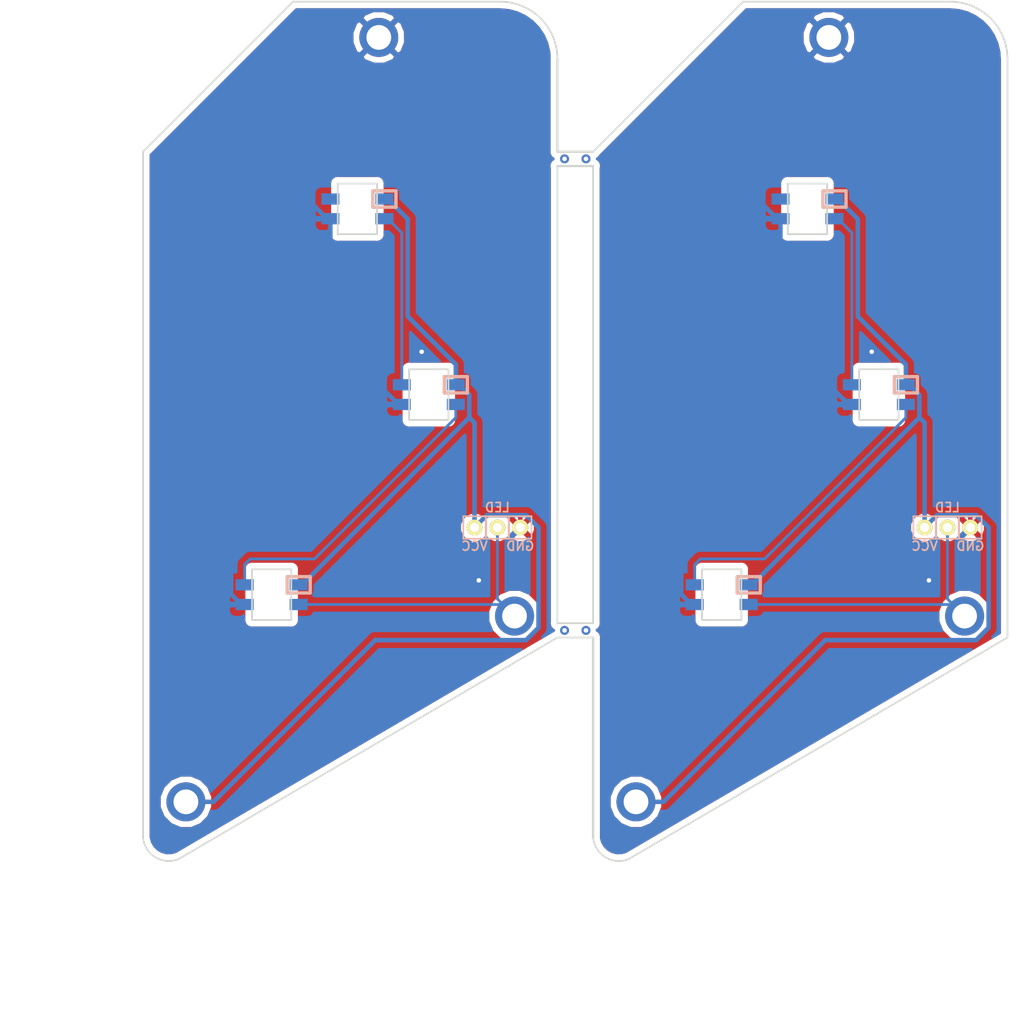
<source format=kicad_pcb>
(kicad_pcb (version 20171130) (host pcbnew 5.0.2-bee76a0~70~ubuntu18.04.1)

  (general
    (thickness 1.6)
    (drawings 24)
    (tracks 102)
    (zones 0)
    (modules 18)
    (nets 7)
  )

  (page A4)
  (layers
    (0 F.Cu signal)
    (31 B.Cu signal)
    (32 B.Adhes user)
    (33 F.Adhes user)
    (34 B.Paste user)
    (35 F.Paste user)
    (36 B.SilkS user)
    (37 F.SilkS user)
    (38 B.Mask user)
    (39 F.Mask user hide)
    (40 Dwgs.User user)
    (41 Cmts.User user)
    (42 Eco1.User user)
    (43 Eco2.User user)
    (44 Edge.Cuts user)
    (45 Margin user)
    (46 B.CrtYd user)
    (47 F.CrtYd user)
    (48 B.Fab user)
    (49 F.Fab user)
  )

  (setup
    (last_trace_width 0.25)
    (trace_clearance 0.2)
    (zone_clearance 0.508)
    (zone_45_only no)
    (trace_min 0.2)
    (segment_width 0.2)
    (edge_width 0.15)
    (via_size 0.8)
    (via_drill 0.4)
    (via_min_size 0.4)
    (via_min_drill 0.3)
    (uvia_size 0.3)
    (uvia_drill 0.1)
    (uvias_allowed no)
    (uvia_min_size 0.2)
    (uvia_min_drill 0.1)
    (pcb_text_width 0.3)
    (pcb_text_size 1.5 1.5)
    (mod_edge_width 0.15)
    (mod_text_size 1 1)
    (mod_text_width 0.15)
    (pad_size 1.397 1.397)
    (pad_drill 0.8128)
    (pad_to_mask_clearance 0.051)
    (solder_mask_min_width 0.25)
    (aux_axis_origin 0 0)
    (grid_origin 135.255 20.955)
    (visible_elements FFFFFFFF)
    (pcbplotparams
      (layerselection 0x010fc_ffffffff)
      (usegerberextensions true)
      (usegerberattributes false)
      (usegerberadvancedattributes false)
      (creategerberjobfile false)
      (excludeedgelayer true)
      (linewidth 0.100000)
      (plotframeref false)
      (viasonmask false)
      (mode 1)
      (useauxorigin false)
      (hpglpennumber 1)
      (hpglpenspeed 20)
      (hpglpendiameter 15.000000)
      (psnegative false)
      (psa4output false)
      (plotreference true)
      (plotvalue true)
      (plotinvisibletext false)
      (padsonsilk false)
      (subtractmaskfromsilk false)
      (outputformat 1)
      (mirror false)
      (drillshape 0)
      (scaleselection 1)
      (outputdirectory "gerber"))
  )

  (net 0 "")
  (net 1 VCC)
  (net 2 LED)
  (net 3 "Net-(L1-Pad1)")
  (net 4 GND)
  (net 5 "Net-(L2-Pad1)")
  (net 6 "Net-(L3-Pad1)")

  (net_class Default "これはデフォルトのネット クラスです。"
    (clearance 0.2)
    (trace_width 0.25)
    (via_dia 0.8)
    (via_drill 0.4)
    (uvia_dia 0.3)
    (uvia_drill 0.1)
    (add_net LED)
    (add_net "Net-(L1-Pad1)")
    (add_net "Net-(L2-Pad1)")
    (add_net "Net-(L3-Pad1)")
  )

  (net_class POWER ""
    (clearance 0.2)
    (trace_width 0.4)
    (via_dia 0.8)
    (via_drill 0.4)
    (uvia_dia 0.3)
    (uvia_drill 0.1)
    (add_net GND)
    (add_net VCC)
  )

  (module kbd:SK6812MINI (layer F.Cu) (tedit 5D010600) (tstamp 5D03CE59)
    (at 111.76 73.66)
    (path /5CEE264F)
    (fp_text reference L1 (at 0 -2.5) (layer F.SilkS) hide
      (effects (font (size 1 1) (thickness 0.15)))
    )
    (fp_text value SK6812MINI (at -0.3 0) (layer F.Fab) hide
      (effects (font (size 1 1) (thickness 0.15)))
    )
    (fp_line (start -1.75 -2.25) (end -1.75 2.25) (layer Edge.Cuts) (width 0.15))
    (fp_line (start 1.75 -2.25) (end 1.75 2.25) (layer Edge.Cuts) (width 0.15))
    (fp_line (start -1.75 -2.25) (end 1.75 -2.25) (layer Edge.Cuts) (width 0.15))
    (fp_line (start 1.75 2.25) (end -1.75 2.25) (layer Edge.Cuts) (width 0.15))
    (fp_line (start 3.43 -1.6) (end 3.43 -0.15) (layer B.SilkS) (width 0.3))
    (fp_line (start 3.43 -0.15) (end 1.38 -0.15) (layer B.SilkS) (width 0.3))
    (fp_line (start 1.38 -0.15) (end 1.38 -1.6) (layer B.SilkS) (width 0.3))
    (fp_line (start 1.38 -1.6) (end 3.43 -1.6) (layer B.SilkS) (width 0.3))
    (pad 2 smd rect (at -2.4 0.875) (size 1.6 1) (layers B.Cu B.Paste B.Mask)
      (net 4 GND))
    (pad 1 smd rect (at -2.4 -0.875) (size 1.6 1) (layers B.Cu B.Paste B.Mask)
      (net 3 "Net-(L1-Pad1)"))
    (pad 4 smd rect (at 2.4 -0.875) (size 1.6 1) (layers B.Cu B.Paste B.Mask)
      (net 1 VCC))
    (pad 3 smd rect (at 2.4 0.875) (size 1.6 1) (layers B.Cu B.Paste B.Mask)
      (net 2 LED))
  )

  (module kbd:1pin_conn_back (layer F.Cu) (tedit 5D010AAD) (tstamp 5D03CE51)
    (at 133.858 67.691)
    (descr "Resitance 3 pas")
    (tags R)
    (autoplace_cost180 10)
    (fp_text reference GND (at 0 1.651 180) (layer B.SilkS)
      (effects (font (size 0.8128 0.8128) (thickness 0.15)) (justify mirror))
    )
    (fp_text value Val** (at 0 -1.4605) (layer F.Fab) hide
      (effects (font (size 0.5 0.5) (thickness 0.125)))
    )
    (fp_line (start -1 1) (end -1 -1) (layer B.SilkS) (width 0.15))
    (fp_line (start 1 1) (end -1 1) (layer B.SilkS) (width 0.15))
    (fp_line (start 1 -1) (end 1 1) (layer B.SilkS) (width 0.15))
    (fp_line (start -1 -1) (end 1 -1) (layer B.SilkS) (width 0.15))
    (pad 1 thru_hole circle (at 0 0) (size 1.397 1.397) (drill 0.8128) (layers *.Cu *.Mask F.SilkS)
      (net 4 GND))
    (model discret/resistor.wrl
      (at (xyz 0 0 0))
      (scale (xyz 0.3 0.3 0.3))
      (rotate (xyz 0 0 0))
    )
    (model Resistors_ThroughHole.3dshapes/Resistor_Horizontal_RM10mm.wrl
      (at (xyz 0 0 0))
      (scale (xyz 0.2 0.2 0.2))
      (rotate (xyz 0 0 0))
    )
  )

  (module kbd:SK6812MINI (layer F.Cu) (tedit 5D010600) (tstamp 5D03CE3D)
    (at 119.38 39.37)
    (path /5CEE2FA1)
    (fp_text reference L3 (at 0 -2.5) (layer F.SilkS) hide
      (effects (font (size 1 1) (thickness 0.15)))
    )
    (fp_text value SK6812MINI (at -0.3 0) (layer F.Fab) hide
      (effects (font (size 1 1) (thickness 0.15)))
    )
    (fp_line (start -1.75 -2.25) (end -1.75 2.25) (layer Edge.Cuts) (width 0.15))
    (fp_line (start 1.75 -2.25) (end 1.75 2.25) (layer Edge.Cuts) (width 0.15))
    (fp_line (start -1.75 -2.25) (end 1.75 -2.25) (layer Edge.Cuts) (width 0.15))
    (fp_line (start 1.75 2.25) (end -1.75 2.25) (layer Edge.Cuts) (width 0.15))
    (fp_line (start 3.43 -1.6) (end 3.43 -0.15) (layer B.SilkS) (width 0.3))
    (fp_line (start 3.43 -0.15) (end 1.38 -0.15) (layer B.SilkS) (width 0.3))
    (fp_line (start 1.38 -0.15) (end 1.38 -1.6) (layer B.SilkS) (width 0.3))
    (fp_line (start 1.38 -1.6) (end 3.43 -1.6) (layer B.SilkS) (width 0.3))
    (pad 2 smd rect (at -2.4 0.875) (size 1.6 1) (layers B.Cu B.Paste B.Mask)
      (net 4 GND))
    (pad 1 smd rect (at -2.4 -0.875) (size 1.6 1) (layers B.Cu B.Paste B.Mask)
      (net 6 "Net-(L3-Pad1)"))
    (pad 4 smd rect (at 2.4 -0.875) (size 1.6 1) (layers B.Cu B.Paste B.Mask)
      (net 1 VCC))
    (pad 3 smd rect (at 2.4 0.875) (size 1.6 1) (layers B.Cu B.Paste B.Mask)
      (net 5 "Net-(L2-Pad1)"))
  )

  (module keebio_parts:SolidCopper (layer F.Cu) (tedit 5CF02416) (tstamp 5D03CE37)
    (at 121.285 24.13)
    (descr "Mounting Hole 2.2mm, M2")
    (tags "mounting hole 2.2mm m2")
    (path /5CF48BCC)
    (fp_text reference J5 (at 0 -3.2) (layer F.SilkS) hide
      (effects (font (size 1 1) (thickness 0.15)))
    )
    (fp_text value Conn_01x01 (at 0 3.2) (layer F.Fab)
      (effects (font (size 1 1) (thickness 0.15)))
    )
    (fp_circle (center 0 0) (end 2.2 0) (layer Cmts.User) (width 0.15))
    (fp_circle (center 0 0) (end 2.45 0) (layer F.CrtYd) (width 0.05))
    (pad 1 thru_hole circle (at 0 0) (size 3.47 3.47) (drill 2.2) (layers *.Cu *.Mask)
      (net 4 GND))
  )

  (module keebio_parts:SolidCopper (layer F.Cu) (tedit 5D01054C) (tstamp 5D03CE2F)
    (at 104.14 92.075)
    (descr "Mounting Hole 2.2mm, M2")
    (tags "mounting hole 2.2mm m2")
    (path /5CF4ED45)
    (fp_text reference J4 (at 0 -3.2) (layer F.SilkS) hide
      (effects (font (size 1 1) (thickness 0.15)))
    )
    (fp_text value Conn_01x01 (at 0 -1.905) (layer F.Fab)
      (effects (font (size 1 1) (thickness 0.15)))
    )
    (fp_circle (center 0 0) (end 2.2 0) (layer Cmts.User) (width 0.15))
    (fp_circle (center 0 0) (end 2.45 0) (layer F.CrtYd) (width 0.05))
    (pad 1 thru_hole circle (at 0 0) (size 3.47 3.47) (drill 2.2) (layers *.Cu *.Mask)
      (net 1 VCC))
  )

  (module keebio_parts:SolidCopper (layer F.Cu) (tedit 5D010554) (tstamp 5D03CE24)
    (at 133.35 75.565)
    (descr "Mounting Hole 2.2mm, M2")
    (tags "mounting hole 2.2mm m2")
    (path /5CF2363A)
    (fp_text reference J3 (at 0 -3.2) (layer F.SilkS) hide
      (effects (font (size 1 1) (thickness 0.15)))
    )
    (fp_text value Conn_01x01 (at 0 3.2) (layer F.Fab)
      (effects (font (size 1 1) (thickness 0.15)))
    )
    (fp_circle (center 0 0) (end 2.45 0) (layer F.CrtYd) (width 0.05))
    (fp_circle (center 0 0) (end 2.2 0) (layer Cmts.User) (width 0.15))
    (pad 1 thru_hole circle (at 0 0) (size 3.47 3.47) (drill 2.2) (layers *.Cu *.Mask)
      (net 2 LED))
  )

  (module kbd:1pin_conn_back (layer F.Cu) (tedit 5D010A9E) (tstamp 5D03CE16)
    (at 129.794 67.691)
    (descr "Resitance 3 pas")
    (tags R)
    (autoplace_cost180 10)
    (fp_text reference VCC (at 0 1.651 180) (layer B.SilkS)
      (effects (font (size 0.8128 0.8128) (thickness 0.15)) (justify mirror))
    )
    (fp_text value Val** (at 0 -1.4605) (layer F.Fab) hide
      (effects (font (size 0.5 0.5) (thickness 0.125)))
    )
    (fp_line (start -1 1) (end -1 -1) (layer B.SilkS) (width 0.15))
    (fp_line (start 1 1) (end -1 1) (layer B.SilkS) (width 0.15))
    (fp_line (start 1 -1) (end 1 1) (layer B.SilkS) (width 0.15))
    (fp_line (start -1 -1) (end 1 -1) (layer B.SilkS) (width 0.15))
    (pad 1 thru_hole circle (at 0 0) (size 1.397 1.397) (drill 0.8128) (layers *.Cu *.Mask F.SilkS)
      (net 1 VCC))
    (model discret/resistor.wrl
      (at (xyz 0 0 0))
      (scale (xyz 0.3 0.3 0.3))
      (rotate (xyz 0 0 0))
    )
    (model Resistors_ThroughHole.3dshapes/Resistor_Horizontal_RM10mm.wrl
      (at (xyz 0 0 0))
      (scale (xyz 0.2 0.2 0.2))
      (rotate (xyz 0 0 0))
    )
  )

  (module kbd:SK6812MINI (layer F.Cu) (tedit 5D010600) (tstamp 5D03CDFB)
    (at 125.73 55.88)
    (path /5CEE27B9)
    (fp_text reference L2 (at 0 -2.5) (layer F.SilkS) hide
      (effects (font (size 1 1) (thickness 0.15)))
    )
    (fp_text value SK6812MINI (at -0.3 0) (layer F.Fab) hide
      (effects (font (size 1 1) (thickness 0.15)))
    )
    (fp_line (start -1.75 -2.25) (end -1.75 2.25) (layer Edge.Cuts) (width 0.15))
    (fp_line (start 1.75 -2.25) (end 1.75 2.25) (layer Edge.Cuts) (width 0.15))
    (fp_line (start -1.75 -2.25) (end 1.75 -2.25) (layer Edge.Cuts) (width 0.15))
    (fp_line (start 1.75 2.25) (end -1.75 2.25) (layer Edge.Cuts) (width 0.15))
    (fp_line (start 3.43 -1.6) (end 3.43 -0.15) (layer B.SilkS) (width 0.3))
    (fp_line (start 3.43 -0.15) (end 1.38 -0.15) (layer B.SilkS) (width 0.3))
    (fp_line (start 1.38 -0.15) (end 1.38 -1.6) (layer B.SilkS) (width 0.3))
    (fp_line (start 1.38 -1.6) (end 3.43 -1.6) (layer B.SilkS) (width 0.3))
    (pad 2 smd rect (at -2.4 0.875) (size 1.6 1) (layers B.Cu B.Paste B.Mask)
      (net 4 GND))
    (pad 1 smd rect (at -2.4 -0.875) (size 1.6 1) (layers B.Cu B.Paste B.Mask)
      (net 5 "Net-(L2-Pad1)"))
    (pad 4 smd rect (at 2.4 -0.875) (size 1.6 1) (layers B.Cu B.Paste B.Mask)
      (net 1 VCC))
    (pad 3 smd rect (at 2.4 0.875) (size 1.6 1) (layers B.Cu B.Paste B.Mask)
      (net 3 "Net-(L1-Pad1)"))
  )

  (module kbd:1pin_conn_back (layer F.Cu) (tedit 5D010AA5) (tstamp 5D03CDE2)
    (at 131.826 67.691)
    (descr "Resitance 3 pas")
    (tags R)
    (autoplace_cost180 10)
    (fp_text reference LED (at 0 -1.778 180) (layer B.SilkS)
      (effects (font (size 0.8128 0.8128) (thickness 0.15)) (justify mirror))
    )
    (fp_text value Val** (at 0 -1.4605) (layer F.Fab) hide
      (effects (font (size 0.5 0.5) (thickness 0.125)))
    )
    (fp_line (start -1 1) (end -1 -1) (layer B.SilkS) (width 0.15))
    (fp_line (start 1 1) (end -1 1) (layer B.SilkS) (width 0.15))
    (fp_line (start 1 -1) (end 1 1) (layer B.SilkS) (width 0.15))
    (fp_line (start -1 -1) (end 1 -1) (layer B.SilkS) (width 0.15))
    (pad 1 thru_hole circle (at 0 0) (size 1.397 1.397) (drill 0.8128) (layers *.Cu *.Mask F.SilkS)
      (net 2 LED))
    (model discret/resistor.wrl
      (at (xyz 0 0 0))
      (scale (xyz 0.3 0.3 0.3))
      (rotate (xyz 0 0 0))
    )
    (model Resistors_ThroughHole.3dshapes/Resistor_Horizontal_RM10mm.wrl
      (at (xyz 0 0 0))
      (scale (xyz 0.2 0.2 0.2))
      (rotate (xyz 0 0 0))
    )
  )

  (module kbd:1pin_conn_back (layer F.Cu) (tedit 5D010AAD) (tstamp 5D04A464)
    (at 93.853 67.691)
    (descr "Resitance 3 pas")
    (tags R)
    (autoplace_cost180 10)
    (fp_text reference GND (at 0 1.651 180) (layer B.SilkS)
      (effects (font (size 0.8128 0.8128) (thickness 0.15)) (justify mirror))
    )
    (fp_text value Val** (at 0 -1.4605) (layer F.Fab) hide
      (effects (font (size 0.5 0.5) (thickness 0.125)))
    )
    (fp_line (start -1 -1) (end 1 -1) (layer B.SilkS) (width 0.15))
    (fp_line (start 1 -1) (end 1 1) (layer B.SilkS) (width 0.15))
    (fp_line (start 1 1) (end -1 1) (layer B.SilkS) (width 0.15))
    (fp_line (start -1 1) (end -1 -1) (layer B.SilkS) (width 0.15))
    (pad 1 thru_hole circle (at 0 0) (size 1.397 1.397) (drill 0.8128) (layers *.Cu *.Mask F.SilkS)
      (net 4 GND))
    (model discret/resistor.wrl
      (at (xyz 0 0 0))
      (scale (xyz 0.3 0.3 0.3))
      (rotate (xyz 0 0 0))
    )
    (model Resistors_ThroughHole.3dshapes/Resistor_Horizontal_RM10mm.wrl
      (at (xyz 0 0 0))
      (scale (xyz 0.2 0.2 0.2))
      (rotate (xyz 0 0 0))
    )
  )

  (module kbd:1pin_conn_back (layer F.Cu) (tedit 5D010A9E) (tstamp 5D04A47F)
    (at 89.789 67.691)
    (descr "Resitance 3 pas")
    (tags R)
    (autoplace_cost180 10)
    (fp_text reference VCC (at 0 1.651 180) (layer B.SilkS)
      (effects (font (size 0.8128 0.8128) (thickness 0.15)) (justify mirror))
    )
    (fp_text value Val** (at 0 -1.4605) (layer F.Fab) hide
      (effects (font (size 0.5 0.5) (thickness 0.125)))
    )
    (fp_line (start -1 -1) (end 1 -1) (layer B.SilkS) (width 0.15))
    (fp_line (start 1 -1) (end 1 1) (layer B.SilkS) (width 0.15))
    (fp_line (start 1 1) (end -1 1) (layer B.SilkS) (width 0.15))
    (fp_line (start -1 1) (end -1 -1) (layer B.SilkS) (width 0.15))
    (pad 1 thru_hole circle (at 0 0) (size 1.397 1.397) (drill 0.8128) (layers *.Cu *.Mask F.SilkS)
      (net 1 VCC))
    (model discret/resistor.wrl
      (at (xyz 0 0 0))
      (scale (xyz 0.3 0.3 0.3))
      (rotate (xyz 0 0 0))
    )
    (model Resistors_ThroughHole.3dshapes/Resistor_Horizontal_RM10mm.wrl
      (at (xyz 0 0 0))
      (scale (xyz 0.2 0.2 0.2))
      (rotate (xyz 0 0 0))
    )
  )

  (module kbd:1pin_conn_back (layer F.Cu) (tedit 5D010AA5) (tstamp 5D04A49A)
    (at 91.821 67.691)
    (descr "Resitance 3 pas")
    (tags R)
    (autoplace_cost180 10)
    (fp_text reference LED (at 0 -1.778 180) (layer B.SilkS)
      (effects (font (size 0.8128 0.8128) (thickness 0.15)) (justify mirror))
    )
    (fp_text value Val** (at 0 -1.4605) (layer F.Fab) hide
      (effects (font (size 0.5 0.5) (thickness 0.125)))
    )
    (fp_line (start -1 -1) (end 1 -1) (layer B.SilkS) (width 0.15))
    (fp_line (start 1 -1) (end 1 1) (layer B.SilkS) (width 0.15))
    (fp_line (start 1 1) (end -1 1) (layer B.SilkS) (width 0.15))
    (fp_line (start -1 1) (end -1 -1) (layer B.SilkS) (width 0.15))
    (pad 1 thru_hole circle (at 0 0) (size 1.397 1.397) (drill 0.8128) (layers *.Cu *.Mask F.SilkS)
      (net 2 LED))
    (model discret/resistor.wrl
      (at (xyz 0 0 0))
      (scale (xyz 0.3 0.3 0.3))
      (rotate (xyz 0 0 0))
    )
    (model Resistors_ThroughHole.3dshapes/Resistor_Horizontal_RM10mm.wrl
      (at (xyz 0 0 0))
      (scale (xyz 0.2 0.2 0.2))
      (rotate (xyz 0 0 0))
    )
  )

  (module kbd:SK6812MINI (layer F.Cu) (tedit 5D010600) (tstamp 5CED89B7)
    (at 71.755 73.66)
    (path /5CEE264F)
    (fp_text reference L1 (at 0 -2.5) (layer F.SilkS) hide
      (effects (font (size 1 1) (thickness 0.15)))
    )
    (fp_text value SK6812MINI (at -0.3 0) (layer F.Fab) hide
      (effects (font (size 1 1) (thickness 0.15)))
    )
    (fp_line (start 1.38 -1.6) (end 3.43 -1.6) (layer B.SilkS) (width 0.3))
    (fp_line (start 1.38 -0.15) (end 1.38 -1.6) (layer B.SilkS) (width 0.3))
    (fp_line (start 3.43 -0.15) (end 1.38 -0.15) (layer B.SilkS) (width 0.3))
    (fp_line (start 3.43 -1.6) (end 3.43 -0.15) (layer B.SilkS) (width 0.3))
    (fp_line (start 1.75 2.25) (end -1.75 2.25) (layer Edge.Cuts) (width 0.15))
    (fp_line (start -1.75 -2.25) (end 1.75 -2.25) (layer Edge.Cuts) (width 0.15))
    (fp_line (start 1.75 -2.25) (end 1.75 2.25) (layer Edge.Cuts) (width 0.15))
    (fp_line (start -1.75 -2.25) (end -1.75 2.25) (layer Edge.Cuts) (width 0.15))
    (pad 3 smd rect (at 2.4 0.875) (size 1.6 1) (layers B.Cu B.Paste B.Mask)
      (net 2 LED))
    (pad 4 smd rect (at 2.4 -0.875) (size 1.6 1) (layers B.Cu B.Paste B.Mask)
      (net 1 VCC))
    (pad 1 smd rect (at -2.4 -0.875) (size 1.6 1) (layers B.Cu B.Paste B.Mask)
      (net 3 "Net-(L1-Pad1)"))
    (pad 2 smd rect (at -2.4 0.875) (size 1.6 1) (layers B.Cu B.Paste B.Mask)
      (net 4 GND))
  )

  (module kbd:SK6812MINI (layer F.Cu) (tedit 5D010600) (tstamp 5CED89CF)
    (at 85.725 55.88)
    (path /5CEE27B9)
    (fp_text reference L2 (at 0 -2.5) (layer F.SilkS) hide
      (effects (font (size 1 1) (thickness 0.15)))
    )
    (fp_text value SK6812MINI (at -0.3 0) (layer F.Fab) hide
      (effects (font (size 1 1) (thickness 0.15)))
    )
    (fp_line (start 1.38 -1.6) (end 3.43 -1.6) (layer B.SilkS) (width 0.3))
    (fp_line (start 1.38 -0.15) (end 1.38 -1.6) (layer B.SilkS) (width 0.3))
    (fp_line (start 3.43 -0.15) (end 1.38 -0.15) (layer B.SilkS) (width 0.3))
    (fp_line (start 3.43 -1.6) (end 3.43 -0.15) (layer B.SilkS) (width 0.3))
    (fp_line (start 1.75 2.25) (end -1.75 2.25) (layer Edge.Cuts) (width 0.15))
    (fp_line (start -1.75 -2.25) (end 1.75 -2.25) (layer Edge.Cuts) (width 0.15))
    (fp_line (start 1.75 -2.25) (end 1.75 2.25) (layer Edge.Cuts) (width 0.15))
    (fp_line (start -1.75 -2.25) (end -1.75 2.25) (layer Edge.Cuts) (width 0.15))
    (pad 3 smd rect (at 2.4 0.875) (size 1.6 1) (layers B.Cu B.Paste B.Mask)
      (net 3 "Net-(L1-Pad1)"))
    (pad 4 smd rect (at 2.4 -0.875) (size 1.6 1) (layers B.Cu B.Paste B.Mask)
      (net 1 VCC))
    (pad 1 smd rect (at -2.4 -0.875) (size 1.6 1) (layers B.Cu B.Paste B.Mask)
      (net 5 "Net-(L2-Pad1)"))
    (pad 2 smd rect (at -2.4 0.875) (size 1.6 1) (layers B.Cu B.Paste B.Mask)
      (net 4 GND))
  )

  (module kbd:SK6812MINI (layer F.Cu) (tedit 5D010600) (tstamp 5CED89E7)
    (at 79.375 39.37)
    (path /5CEE2FA1)
    (fp_text reference L3 (at 0 -2.5) (layer F.SilkS) hide
      (effects (font (size 1 1) (thickness 0.15)))
    )
    (fp_text value SK6812MINI (at -0.3 0) (layer F.Fab) hide
      (effects (font (size 1 1) (thickness 0.15)))
    )
    (fp_line (start 1.38 -1.6) (end 3.43 -1.6) (layer B.SilkS) (width 0.3))
    (fp_line (start 1.38 -0.15) (end 1.38 -1.6) (layer B.SilkS) (width 0.3))
    (fp_line (start 3.43 -0.15) (end 1.38 -0.15) (layer B.SilkS) (width 0.3))
    (fp_line (start 3.43 -1.6) (end 3.43 -0.15) (layer B.SilkS) (width 0.3))
    (fp_line (start 1.75 2.25) (end -1.75 2.25) (layer Edge.Cuts) (width 0.15))
    (fp_line (start -1.75 -2.25) (end 1.75 -2.25) (layer Edge.Cuts) (width 0.15))
    (fp_line (start 1.75 -2.25) (end 1.75 2.25) (layer Edge.Cuts) (width 0.15))
    (fp_line (start -1.75 -2.25) (end -1.75 2.25) (layer Edge.Cuts) (width 0.15))
    (pad 3 smd rect (at 2.4 0.875) (size 1.6 1) (layers B.Cu B.Paste B.Mask)
      (net 5 "Net-(L2-Pad1)"))
    (pad 4 smd rect (at 2.4 -0.875) (size 1.6 1) (layers B.Cu B.Paste B.Mask)
      (net 1 VCC))
    (pad 1 smd rect (at -2.4 -0.875) (size 1.6 1) (layers B.Cu B.Paste B.Mask)
      (net 6 "Net-(L3-Pad1)"))
    (pad 2 smd rect (at -2.4 0.875) (size 1.6 1) (layers B.Cu B.Paste B.Mask)
      (net 4 GND))
  )

  (module keebio_parts:SolidCopper (layer F.Cu) (tedit 5D01054C) (tstamp 5CF23538)
    (at 64.135 92.075)
    (descr "Mounting Hole 2.2mm, M2")
    (tags "mounting hole 2.2mm m2")
    (path /5CF4ED45)
    (fp_text reference J4 (at 0 -3.2) (layer F.SilkS) hide
      (effects (font (size 1 1) (thickness 0.15)))
    )
    (fp_text value Conn_01x01 (at 0 -1.905) (layer F.Fab)
      (effects (font (size 1 1) (thickness 0.15)))
    )
    (fp_circle (center 0 0) (end 2.45 0) (layer F.CrtYd) (width 0.05))
    (fp_circle (center 0 0) (end 2.2 0) (layer Cmts.User) (width 0.15))
    (pad 1 thru_hole circle (at 0 0) (size 3.47 3.47) (drill 2.2) (layers *.Cu *.Mask)
      (net 1 VCC))
  )

  (module keebio_parts:SolidCopper (layer F.Cu) (tedit 5CF02416) (tstamp 5CF2D47A)
    (at 81.28 24.13)
    (descr "Mounting Hole 2.2mm, M2")
    (tags "mounting hole 2.2mm m2")
    (path /5CF48BCC)
    (fp_text reference J5 (at 0 -3.2) (layer F.SilkS) hide
      (effects (font (size 1 1) (thickness 0.15)))
    )
    (fp_text value Conn_01x01 (at 0 3.2) (layer F.Fab)
      (effects (font (size 1 1) (thickness 0.15)))
    )
    (fp_circle (center 0 0) (end 2.45 0) (layer F.CrtYd) (width 0.05))
    (fp_circle (center 0 0) (end 2.2 0) (layer Cmts.User) (width 0.15))
    (pad 1 thru_hole circle (at 0 0) (size 3.47 3.47) (drill 2.2) (layers *.Cu *.Mask)
      (net 4 GND))
  )

  (module keebio_parts:SolidCopper (layer F.Cu) (tedit 5D010554) (tstamp 5CF34377)
    (at 93.345 75.565)
    (descr "Mounting Hole 2.2mm, M2")
    (tags "mounting hole 2.2mm m2")
    (path /5CF2363A)
    (fp_text reference J3 (at 0 -3.2) (layer F.SilkS) hide
      (effects (font (size 1 1) (thickness 0.15)))
    )
    (fp_text value Conn_01x01 (at 0 3.2) (layer F.Fab)
      (effects (font (size 1 1) (thickness 0.15)))
    )
    (fp_circle (center 0 0) (end 2.2 0) (layer Cmts.User) (width 0.15))
    (fp_circle (center 0 0) (end 2.45 0) (layer F.CrtYd) (width 0.05))
    (pad 1 thru_hole circle (at 0 0) (size 3.47 3.47) (drill 2.2) (layers *.Cu *.Mask)
      (net 2 LED))
  )

  (gr_line (start 137.16 26.035) (end 137.16 77.47) (layer Edge.Cuts) (width 0.15))
  (gr_line (start 113.665 20.955) (end 132.08 20.955) (layer Edge.Cuts) (width 0.15))
  (gr_line (start 103.505 97.155) (end 137.16 77.47) (layer Edge.Cuts) (width 0.15) (tstamp 5D03CDEB))
  (gr_arc (start 132.08 26.035) (end 137.16 26.035) (angle -90) (layer Edge.Cuts) (width 0.15) (tstamp 5D03CDEA))
  (gr_poly (pts (xy 113.665 20.955) (xy 100.33 34.29) (xy 100.33 99.06) (xy 137.16 77.47) (xy 137.16 20.955)) (layer F.Mask) (width 0.15) (tstamp 5D03CDAD))
  (gr_line (start 97.155 76.2) (end 97.155 35.56) (layer Edge.Cuts) (width 0.15))
  (gr_line (start 97.155 35.56) (end 100.33 35.56) (layer Edge.Cuts) (width 0.2))
  (gr_line (start 100.33 34.29) (end 97.155 34.29) (layer Edge.Cuts) (width 0.2))
  (gr_line (start 100.33 77.47) (end 100.33 95.25) (layer Edge.Cuts) (width 0.2))
  (gr_line (start 100.33 34.29) (end 113.665 20.955) (layer Edge.Cuts) (width 0.15) (tstamp 5D03CA07))
  (gr_line (start 100.33 76.2) (end 100.33 35.56) (layer Edge.Cuts) (width 0.15) (tstamp 5D03CA06))
  (gr_arc (start 102.620427 95.035046) (end 100.33 95.25) (angle -107.2874165) (layer Edge.Cuts) (width 0.15) (tstamp 5D03CA02))
  (gr_poly (pts (xy 73.66 20.955) (xy 60.325 34.29) (xy 60.325 99.06) (xy 97.155 77.47) (xy 97.155 20.955)) (layer F.Mask) (width 0.15))
  (gr_line (start 97.155 76.2) (end 100.33 76.2) (layer Edge.Cuts) (width 0.15))
  (gr_line (start 100.33 77.47) (end 97.155 77.47) (layer Edge.Cuts) (width 0.15))
  (gr_line (start 97.155 26.035) (end 97.155 34.29) (layer Edge.Cuts) (width 0.2))
  (gr_arc (start 92.075 26.035) (end 97.155 26.035) (angle -90) (layer Edge.Cuts) (width 0.15))
  (gr_arc (start 62.615427 95.035046) (end 60.325 95.25) (angle -107.2874165) (layer Edge.Cuts) (width 0.15))
  (gr_line (start 92.075 20.955) (end 73.66 20.955) (layer Edge.Cuts) (width 0.15))
  (gr_line (start 63.5 97.155) (end 97.155 77.47) (layer Edge.Cuts) (width 0.15))
  (dimension 76.835 (width 0.3) (layer Dwgs.User)
    (gr_text "76.835 mm" (at 98.7425 113.225) (layer Dwgs.User)
      (effects (font (size 1.5 1.5) (thickness 0.3)))
    )
    (feature1 (pts (xy 137.16 95.25) (xy 137.16 111.711421)))
    (feature2 (pts (xy 60.325 95.25) (xy 60.325 111.711421)))
    (crossbar (pts (xy 60.325 111.125) (xy 137.16 111.125)))
    (arrow1a (pts (xy 137.16 111.125) (xy 136.033496 111.711421)))
    (arrow1b (pts (xy 137.16 111.125) (xy 136.033496 110.538579)))
    (arrow2a (pts (xy 60.325 111.125) (xy 61.451504 111.711421)))
    (arrow2b (pts (xy 60.325 111.125) (xy 61.451504 110.538579)))
  )
  (dimension 76.835 (width 0.3) (layer Dwgs.User)
    (gr_text "76.835 mm" (at 53.145 59.3725 270) (layer Dwgs.User)
      (effects (font (size 1.5 1.5) (thickness 0.3)))
    )
    (feature1 (pts (xy 73.025 97.79) (xy 54.658579 97.79)))
    (feature2 (pts (xy 73.025 20.955) (xy 54.658579 20.955)))
    (crossbar (pts (xy 55.245 20.955) (xy 55.245 97.79)))
    (arrow1a (pts (xy 55.245 97.79) (xy 54.658579 96.663496)))
    (arrow1b (pts (xy 55.245 97.79) (xy 55.831421 96.663496)))
    (arrow2a (pts (xy 55.245 20.955) (xy 54.658579 22.081504)))
    (arrow2b (pts (xy 55.245 20.955) (xy 55.831421 22.081504)))
  )
  (gr_line (start 60.325 95.25) (end 60.325 34.29) (layer Edge.Cuts) (width 0.15))
  (gr_line (start 60.325 34.29) (end 73.66 20.955) (layer Edge.Cuts) (width 0.15))

  (via (at 97.79 34.925) (size 0.8) (drill 0.4) (layers F.Cu B.Cu) (net 4))
  (via (at 99.695 34.925) (size 0.8) (drill 0.4) (layers F.Cu B.Cu) (net 4))
  (via (at 97.79 76.835) (size 0.8) (drill 0.4) (layers F.Cu B.Cu) (net 4))
  (via (at 99.695 76.835) (size 0.8) (drill 0.4) (layers F.Cu B.Cu) (net 4))
  (segment (start 88.425 55.005) (end 88.125 55.005) (width 0.4) (layer B.Cu) (net 1))
  (segment (start 89.325001 57.914999) (end 89.325 55.905) (width 0.4) (layer B.Cu) (net 1))
  (segment (start 74.455 72.785) (end 89.325001 57.914999) (width 0.4) (layer B.Cu) (net 1))
  (segment (start 89.325 55.905) (end 88.425 55.005) (width 0.4) (layer B.Cu) (net 1))
  (segment (start 74.155 72.785) (end 74.455 72.785) (width 0.4) (layer B.Cu) (net 1))
  (segment (start 89.789 58.378998) (end 89.325001 57.914999) (width 0.4) (layer B.Cu) (net 1))
  (segment (start 89.789 67.691) (end 89.789 58.378998) (width 0.4) (layer B.Cu) (net 1))
  (segment (start 82.075 38.495) (end 81.775 38.495) (width 0.4) (layer B.Cu) (net 1))
  (segment (start 83.85001 40.27001) (end 82.075 38.495) (width 0.4) (layer B.Cu) (net 1))
  (segment (start 88.125 53.2) (end 83.85001 48.92501) (width 0.4) (layer B.Cu) (net 1))
  (segment (start 83.85001 48.92501) (end 83.85001 40.27001) (width 0.4) (layer B.Cu) (net 1))
  (segment (start 88.125 55.005) (end 88.125 53.2) (width 0.4) (layer B.Cu) (net 1))
  (segment (start 90.487499 66.992501) (end 89.789 67.691) (width 0.4) (layer B.Cu) (net 1))
  (segment (start 90.887501 66.592499) (end 90.487499 66.992501) (width 0.4) (layer B.Cu) (net 1))
  (segment (start 94.380281 66.592499) (end 90.887501 66.592499) (width 0.4) (layer B.Cu) (net 1))
  (segment (start 95.480001 67.692219) (end 94.380281 66.592499) (width 0.4) (layer B.Cu) (net 1))
  (segment (start 95.480001 76.589801) (end 95.480001 67.692219) (width 0.4) (layer B.Cu) (net 1))
  (segment (start 94.369801 77.700001) (end 95.480001 76.589801) (width 0.4) (layer B.Cu) (net 1))
  (segment (start 80.963659 77.700001) (end 94.369801 77.700001) (width 0.4) (layer B.Cu) (net 1))
  (segment (start 66.58866 92.075) (end 80.963659 77.700001) (width 0.4) (layer B.Cu) (net 1))
  (segment (start 64.135 92.075) (end 66.58866 92.075) (width 0.4) (layer B.Cu) (net 1))
  (segment (start 114.16 72.785) (end 114.46 72.785) (width 0.4) (layer B.Cu) (net 1) (tstamp 5D03CE0A))
  (segment (start 129.794 58.378998) (end 129.330001 57.914999) (width 0.4) (layer B.Cu) (net 1) (tstamp 5D03CE0B))
  (segment (start 129.794 67.691) (end 129.794 58.378998) (width 0.4) (layer B.Cu) (net 1) (tstamp 5D03CE0C))
  (segment (start 114.46 72.785) (end 129.330001 57.914999) (width 0.4) (layer B.Cu) (net 1) (tstamp 5D03CE0E))
  (segment (start 120.968659 77.700001) (end 134.374801 77.700001) (width 0.4) (layer B.Cu) (net 1) (tstamp 5D03CE13))
  (segment (start 106.59366 92.075) (end 120.968659 77.700001) (width 0.4) (layer B.Cu) (net 1) (tstamp 5D03CE14))
  (segment (start 104.14 92.075) (end 106.59366 92.075) (width 0.4) (layer B.Cu) (net 1) (tstamp 5D03CE15))
  (segment (start 130.492499 66.992501) (end 129.794 67.691) (width 0.4) (layer B.Cu) (net 1) (tstamp 5D03CE1E))
  (segment (start 130.892501 66.592499) (end 130.492499 66.992501) (width 0.4) (layer B.Cu) (net 1) (tstamp 5D03CE1F))
  (segment (start 134.385281 66.592499) (end 130.892501 66.592499) (width 0.4) (layer B.Cu) (net 1) (tstamp 5D03CE20))
  (segment (start 135.485001 67.692219) (end 134.385281 66.592499) (width 0.4) (layer B.Cu) (net 1) (tstamp 5D03CE21))
  (segment (start 135.485001 76.589801) (end 135.485001 67.692219) (width 0.4) (layer B.Cu) (net 1) (tstamp 5D03CE22))
  (segment (start 134.374801 77.700001) (end 135.485001 76.589801) (width 0.4) (layer B.Cu) (net 1) (tstamp 5D03CE23))
  (segment (start 122.08 38.495) (end 121.78 38.495) (width 0.4) (layer B.Cu) (net 1) (tstamp 5D03CE2A))
  (segment (start 123.85501 40.27001) (end 122.08 38.495) (width 0.4) (layer B.Cu) (net 1) (tstamp 5D03CE2B))
  (segment (start 128.13 53.2) (end 123.85501 48.92501) (width 0.4) (layer B.Cu) (net 1) (tstamp 5D03CE2C))
  (segment (start 123.85501 48.92501) (end 123.85501 40.27001) (width 0.4) (layer B.Cu) (net 1) (tstamp 5D03CE2D))
  (segment (start 128.13 55.005) (end 128.13 53.2) (width 0.4) (layer B.Cu) (net 1) (tstamp 5D03CE2E))
  (segment (start 128.43 55.005) (end 128.13 55.005) (width 0.4) (layer B.Cu) (net 1) (tstamp 5D03CE68))
  (segment (start 129.330001 57.914999) (end 129.33 55.905) (width 0.4) (layer B.Cu) (net 1) (tstamp 5D03CE69))
  (segment (start 129.33 55.905) (end 128.43 55.005) (width 0.4) (layer B.Cu) (net 1) (tstamp 5D03CE6E))
  (segment (start 91.821 74.041) (end 93.345 75.565) (width 0.25) (layer B.Cu) (net 2))
  (segment (start 91.821 67.691) (end 91.821 74.041) (width 0.25) (layer B.Cu) (net 2))
  (segment (start 92.315 74.535) (end 93.345 75.565) (width 0.25) (layer B.Cu) (net 2))
  (segment (start 74.155 74.535) (end 92.315 74.535) (width 0.25) (layer B.Cu) (net 2))
  (segment (start 132.32 74.535) (end 133.35 75.565) (width 0.25) (layer B.Cu) (net 2) (tstamp 5D03CDEE))
  (segment (start 114.16 74.535) (end 132.32 74.535) (width 0.25) (layer B.Cu) (net 2) (tstamp 5D03CDEF))
  (segment (start 131.826 74.041) (end 133.35 75.565) (width 0.25) (layer B.Cu) (net 2) (tstamp 5D03CE35))
  (segment (start 131.826 67.691) (end 131.826 74.041) (width 0.25) (layer B.Cu) (net 2) (tstamp 5D03CE36))
  (segment (start 88.125 56.755) (end 88.125 57.925) (width 0.25) (layer B.Cu) (net 3))
  (segment (start 69.355 72.785) (end 69.355 70.98) (width 0.25) (layer B.Cu) (net 3))
  (segment (start 69.355 70.98) (end 69.85 70.485) (width 0.25) (layer B.Cu) (net 3))
  (segment (start 69.85 70.485) (end 75.565 70.485) (width 0.25) (layer B.Cu) (net 3))
  (segment (start 88.125 57.925) (end 75.565 70.485) (width 0.25) (layer B.Cu) (net 3))
  (segment (start 128.13 56.755) (end 128.13 57.925) (width 0.25) (layer B.Cu) (net 3) (tstamp 5D03CE4C))
  (segment (start 109.36 72.785) (end 109.36 70.98) (width 0.25) (layer B.Cu) (net 3) (tstamp 5D03CE4D))
  (segment (start 109.36 70.98) (end 109.855 70.485) (width 0.25) (layer B.Cu) (net 3) (tstamp 5D03CE4E))
  (segment (start 109.855 70.485) (end 115.57 70.485) (width 0.25) (layer B.Cu) (net 3) (tstamp 5D03CE4F))
  (segment (start 128.13 57.925) (end 115.57 70.485) (width 0.25) (layer B.Cu) (net 3) (tstamp 5D03CE50))
  (segment (start 81.28 24.13) (end 74.93 30.48) (width 0.4) (layer B.Cu) (net 4))
  (segment (start 76.675 40.245) (end 76.975 40.245) (width 0.4) (layer B.Cu) (net 4))
  (segment (start 74.93 38.5) (end 76.675 40.245) (width 0.4) (layer B.Cu) (net 4))
  (segment (start 74.93 30.48) (end 74.93 38.5) (width 0.4) (layer B.Cu) (net 4))
  (segment (start 83.025 56.755) (end 83.325 56.755) (width 0.4) (layer B.Cu) (net 4))
  (segment (start 76.975 50.705) (end 83.025 56.755) (width 0.4) (layer B.Cu) (net 4))
  (segment (start 76.975 40.245) (end 76.975 50.705) (width 0.4) (layer B.Cu) (net 4))
  (segment (start 68.155 73.635) (end 69.055 74.535) (width 0.4) (layer B.Cu) (net 4))
  (segment (start 69.055 74.535) (end 69.355 74.535) (width 0.4) (layer B.Cu) (net 4))
  (segment (start 68.154999 70.725001) (end 68.155 73.635) (width 0.4) (layer B.Cu) (net 4))
  (segment (start 82.125 56.755) (end 68.154999 70.725001) (width 0.4) (layer B.Cu) (net 4))
  (segment (start 83.325 56.755) (end 82.125 56.755) (width 0.4) (layer B.Cu) (net 4))
  (segment (start 93.853 36.703) (end 93.853 67.691) (width 0.4) (layer F.Cu) (net 4))
  (segment (start 81.28 24.13) (end 93.853 36.703) (width 0.4) (layer F.Cu) (net 4))
  (via (at 90.17 72.39) (size 0.8) (drill 0.4) (layers F.Cu B.Cu) (net 4))
  (via (at 85.09 52.07) (size 0.8) (drill 0.4) (layers F.Cu B.Cu) (net 4))
  (segment (start 123.33 56.755) (end 122.13 56.755) (width 0.4) (layer B.Cu) (net 4) (tstamp 5D03CDF0))
  (segment (start 133.858 36.703) (end 133.858 67.691) (width 0.4) (layer F.Cu) (net 4) (tstamp 5D03CDF1))
  (segment (start 121.285 24.13) (end 133.858 36.703) (width 0.4) (layer F.Cu) (net 4) (tstamp 5D03CDF2))
  (segment (start 123.03 56.755) (end 123.33 56.755) (width 0.4) (layer B.Cu) (net 4) (tstamp 5D03CDF4))
  (segment (start 116.98 50.705) (end 123.03 56.755) (width 0.4) (layer B.Cu) (net 4) (tstamp 5D03CDF5))
  (segment (start 116.98 40.245) (end 116.98 50.705) (width 0.4) (layer B.Cu) (net 4) (tstamp 5D03CDF6))
  (segment (start 108.16 73.635) (end 109.06 74.535) (width 0.4) (layer B.Cu) (net 4) (tstamp 5D03CDF7))
  (segment (start 109.06 74.535) (end 109.36 74.535) (width 0.4) (layer B.Cu) (net 4) (tstamp 5D03CDF8))
  (segment (start 108.159999 70.725001) (end 108.16 73.635) (width 0.4) (layer B.Cu) (net 4) (tstamp 5D03CDF9))
  (segment (start 122.13 56.755) (end 108.159999 70.725001) (width 0.4) (layer B.Cu) (net 4) (tstamp 5D03CDFA))
  (via (at 130.175 72.39) (size 0.8) (drill 0.4) (layers F.Cu B.Cu) (net 4) (tstamp 5D03CE0D))
  (segment (start 121.285 24.13) (end 114.935 30.48) (width 0.4) (layer B.Cu) (net 4) (tstamp 5D03CE0F))
  (segment (start 116.68 40.245) (end 116.98 40.245) (width 0.4) (layer B.Cu) (net 4) (tstamp 5D03CE10))
  (segment (start 114.935 38.5) (end 116.68 40.245) (width 0.4) (layer B.Cu) (net 4) (tstamp 5D03CE11))
  (segment (start 114.935 30.48) (end 114.935 38.5) (width 0.4) (layer B.Cu) (net 4) (tstamp 5D03CE12))
  (via (at 125.095 52.07) (size 0.8) (drill 0.4) (layers F.Cu B.Cu) (net 4) (tstamp 5D03CE6A))
  (segment (start 82.075 40.245) (end 81.775 40.245) (width 0.25) (layer B.Cu) (net 5))
  (segment (start 83.325 41.495) (end 82.075 40.245) (width 0.25) (layer B.Cu) (net 5))
  (segment (start 83.325 55.005) (end 83.325 41.495) (width 0.25) (layer B.Cu) (net 5))
  (segment (start 122.08 40.245) (end 121.78 40.245) (width 0.25) (layer B.Cu) (net 5) (tstamp 5D03CE6B))
  (segment (start 123.33 41.495) (end 122.08 40.245) (width 0.25) (layer B.Cu) (net 5) (tstamp 5D03CE6C))
  (segment (start 123.33 55.005) (end 123.33 41.495) (width 0.25) (layer B.Cu) (net 5) (tstamp 5D03CE6D))

  (zone (net 4) (net_name GND) (layer B.Cu) (tstamp 5D04C503) (hatch edge 0.508)
    (connect_pads (clearance 0.508))
    (min_thickness 0.254)
    (fill yes (arc_segments 16) (thermal_gap 0.508) (thermal_bridge_width 0.508))
    (polygon
      (pts
        (xy 73.66 20.955) (xy 60.325 34.29) (xy 60.325 98.425) (xy 137.16 98.425) (xy 137.16 34.29)
        (xy 137.16 20.955)
      )
    )
    (filled_polygon
      (pts
        (xy 132.853358 21.736842) (xy 133.602277 21.941723) (xy 134.303072 22.275986) (xy 134.933605 22.729069) (xy 135.473934 23.286645)
        (xy 135.906989 23.931099) (xy 136.219073 24.642044) (xy 136.40164 25.402493) (xy 136.45 26.061031) (xy 136.450001 77.06275)
        (xy 135.830668 77.425002) (xy 136.017284 77.238386) (xy 136.087002 77.191802) (xy 136.271553 76.915602) (xy 136.320001 76.672038)
        (xy 136.320001 76.672037) (xy 136.336359 76.589801) (xy 136.320001 76.507564) (xy 136.320001 67.774456) (xy 136.336359 67.692219)
        (xy 136.271553 67.366418) (xy 136.133585 67.159935) (xy 136.087002 67.090218) (xy 136.017283 67.043634) (xy 135.033868 66.060219)
        (xy 134.987282 65.990498) (xy 134.711082 65.805947) (xy 134.467518 65.757499) (xy 134.467514 65.757499) (xy 134.385281 65.741142)
        (xy 134.303048 65.757499) (xy 130.974733 65.757499) (xy 130.8925 65.741142) (xy 130.810267 65.757499) (xy 130.810264 65.757499)
        (xy 130.629 65.793555) (xy 130.629 58.461235) (xy 130.645358 58.378998) (xy 130.580552 58.053198) (xy 130.580552 58.053197)
        (xy 130.396001 57.776997) (xy 130.32628 57.730411) (xy 130.165001 57.569132) (xy 130.164999 55.987237) (xy 130.181357 55.904999)
        (xy 130.116552 55.579199) (xy 129.978584 55.372716) (xy 129.978582 55.372714) (xy 129.932 55.302999) (xy 129.862284 55.256417)
        (xy 129.57744 54.971572) (xy 129.57744 54.505) (xy 129.528157 54.257235) (xy 129.387809 54.047191) (xy 129.177765 53.906843)
        (xy 128.965 53.864522) (xy 128.965 53.282237) (xy 128.981358 53.2) (xy 128.916552 52.874199) (xy 128.778584 52.667716)
        (xy 128.732001 52.597999) (xy 128.662283 52.551415) (xy 124.69001 48.579143) (xy 124.69001 40.352242) (xy 124.706367 40.270009)
        (xy 124.69001 40.187776) (xy 124.69001 40.187773) (xy 124.641562 39.944209) (xy 124.457011 39.668009) (xy 124.387293 39.621425)
        (xy 123.22744 38.461573) (xy 123.22744 37.995) (xy 123.178157 37.747235) (xy 123.037809 37.537191) (xy 122.827765 37.396843)
        (xy 122.58 37.34756) (xy 121.84 37.34756) (xy 121.84 37.189926) (xy 121.853909 37.12) (xy 121.798805 36.842972)
        (xy 121.641881 36.608119) (xy 121.407028 36.451195) (xy 121.199926 36.41) (xy 121.199925 36.41) (xy 121.13 36.396091)
        (xy 121.060074 36.41) (xy 117.699925 36.41) (xy 117.63 36.396091) (xy 117.560074 36.41) (xy 117.352972 36.451195)
        (xy 117.118119 36.608119) (xy 116.961195 36.842972) (xy 116.906091 37.12) (xy 116.92 37.189926) (xy 116.92 37.34756)
        (xy 116.18 37.34756) (xy 115.932235 37.396843) (xy 115.722191 37.537191) (xy 115.581843 37.747235) (xy 115.53256 37.995)
        (xy 115.53256 38.995) (xy 115.581843 39.242765) (xy 115.6629 39.364074) (xy 115.641673 39.385301) (xy 115.545 39.61869)
        (xy 115.545 39.95925) (xy 115.70375 40.118) (xy 116.853 40.118) (xy 116.853 40.098) (xy 116.920001 40.098)
        (xy 116.920001 40.392) (xy 116.853 40.392) (xy 116.853 40.372) (xy 115.70375 40.372) (xy 115.545 40.53075)
        (xy 115.545 40.87131) (xy 115.641673 41.104699) (xy 115.820302 41.283327) (xy 116.053691 41.38) (xy 116.69425 41.38)
        (xy 116.852998 41.221252) (xy 116.852998 41.38) (xy 116.920001 41.38) (xy 116.920001 41.550069) (xy 116.906091 41.62)
        (xy 116.961195 41.897028) (xy 117.118119 42.131881) (xy 117.352972 42.288805) (xy 117.560074 42.33) (xy 117.560075 42.33)
        (xy 117.63 42.343909) (xy 117.699926 42.33) (xy 121.060075 42.33) (xy 121.13 42.343909) (xy 121.407028 42.288805)
        (xy 121.641881 42.131881) (xy 121.798805 41.897028) (xy 121.84 41.689926) (xy 121.853909 41.62) (xy 121.84 41.550074)
        (xy 121.84 41.39244) (xy 122.152639 41.39244) (xy 122.570001 41.809803) (xy 122.57 53.85756) (xy 122.53 53.85756)
        (xy 122.282235 53.906843) (xy 122.072191 54.047191) (xy 121.931843 54.257235) (xy 121.88256 54.505) (xy 121.88256 55.505)
        (xy 121.931843 55.752765) (xy 122.0129 55.874074) (xy 121.991673 55.895301) (xy 121.895 56.12869) (xy 121.895 56.46925)
        (xy 122.05375 56.628) (xy 123.203 56.628) (xy 123.203 56.608) (xy 123.270001 56.608) (xy 123.270001 56.902)
        (xy 123.203 56.902) (xy 123.203 56.882) (xy 122.05375 56.882) (xy 121.895 57.04075) (xy 121.895 57.38131)
        (xy 121.991673 57.614699) (xy 122.170302 57.793327) (xy 122.403691 57.89) (xy 123.04425 57.89) (xy 123.202998 57.731252)
        (xy 123.202998 57.89) (xy 123.270001 57.89) (xy 123.270001 58.060069) (xy 123.256091 58.13) (xy 123.311195 58.407028)
        (xy 123.468119 58.641881) (xy 123.702972 58.798805) (xy 123.910074 58.84) (xy 123.910075 58.84) (xy 123.98 58.853909)
        (xy 124.049926 58.84) (xy 126.140197 58.84) (xy 115.255199 69.725) (xy 109.929848 69.725) (xy 109.855 69.710112)
        (xy 109.780152 69.725) (xy 109.780148 69.725) (xy 109.606605 69.75952) (xy 109.558462 69.769096) (xy 109.371418 69.894076)
        (xy 109.307071 69.937071) (xy 109.264671 70.000528) (xy 108.875527 70.389671) (xy 108.812072 70.432071) (xy 108.769672 70.495527)
        (xy 108.769671 70.495528) (xy 108.644097 70.683463) (xy 108.585112 70.98) (xy 108.600001 71.054852) (xy 108.600001 71.63756)
        (xy 108.56 71.63756) (xy 108.312235 71.686843) (xy 108.102191 71.827191) (xy 107.961843 72.037235) (xy 107.91256 72.285)
        (xy 107.91256 73.285) (xy 107.961843 73.532765) (xy 108.0429 73.654074) (xy 108.021673 73.675301) (xy 107.925 73.90869)
        (xy 107.925 74.24925) (xy 108.08375 74.408) (xy 109.233 74.408) (xy 109.233 74.388) (xy 109.300001 74.388)
        (xy 109.300001 74.682) (xy 109.233 74.682) (xy 109.233 74.662) (xy 108.08375 74.662) (xy 107.925 74.82075)
        (xy 107.925 75.16131) (xy 108.021673 75.394699) (xy 108.200302 75.573327) (xy 108.433691 75.67) (xy 109.07425 75.67)
        (xy 109.232998 75.511252) (xy 109.232998 75.67) (xy 109.300001 75.67) (xy 109.300001 75.840069) (xy 109.286091 75.91)
        (xy 109.341195 76.187028) (xy 109.498119 76.421881) (xy 109.732972 76.578805) (xy 109.940074 76.62) (xy 109.940075 76.62)
        (xy 110.01 76.633909) (xy 110.079926 76.62) (xy 113.440075 76.62) (xy 113.51 76.633909) (xy 113.787028 76.578805)
        (xy 114.021881 76.421881) (xy 114.178805 76.187028) (xy 114.22 75.979926) (xy 114.233909 75.91) (xy 114.22 75.840074)
        (xy 114.22 75.68244) (xy 114.96 75.68244) (xy 115.207765 75.633157) (xy 115.417809 75.492809) (xy 115.549982 75.295)
        (xy 130.98 75.295) (xy 130.98 76.036422) (xy 131.323209 76.865001) (xy 121.050896 76.865001) (xy 120.968659 76.848643)
        (xy 120.886422 76.865001) (xy 120.642858 76.913449) (xy 120.366658 77.098) (xy 120.320074 77.167718) (xy 106.326712 91.161081)
        (xy 106.149189 90.732503) (xy 105.482497 90.065811) (xy 104.611422 89.705) (xy 103.668578 89.705) (xy 102.797503 90.065811)
        (xy 102.130811 90.732503) (xy 101.77 91.603578) (xy 101.77 92.546422) (xy 102.130811 93.417497) (xy 102.797503 94.084189)
        (xy 103.668578 94.445) (xy 104.611422 94.445) (xy 105.482497 94.084189) (xy 106.149189 93.417497) (xy 106.359401 92.91)
        (xy 106.511427 92.91) (xy 106.59366 92.926357) (xy 106.675893 92.91) (xy 106.675897 92.91) (xy 106.919461 92.861552)
        (xy 107.195661 92.677001) (xy 107.242247 92.60728) (xy 121.314527 78.535001) (xy 133.932927 78.535001) (xy 103.217088 96.500869)
        (xy 102.831308 96.605314) (xy 102.417704 96.606388) (xy 102.017922 96.500379) (xy 101.659196 96.29451) (xy 101.365974 96.002807)
        (xy 101.158245 95.645158) (xy 101.065 95.300744) (xy 101.065 77.397612) (xy 101.022354 77.183217) (xy 100.859905 76.940095)
        (xy 100.68012 76.819967) (xy 100.841881 76.711881) (xy 100.998805 76.477028) (xy 101.026084 76.339888) (xy 101.04 76.269926)
        (xy 101.04 76.269925) (xy 101.053909 76.2) (xy 101.04 76.130074) (xy 101.04 35.758071) (xy 101.079399 35.56)
        (xy 101.022354 35.273217) (xy 100.859905 35.030095) (xy 100.702619 34.925) (xy 100.859905 34.819905) (xy 100.972107 34.651983)
        (xy 109.810394 25.813696) (xy 119.780909 25.813696) (xy 119.969366 26.156881) (xy 120.845166 26.506065) (xy 121.787927 26.493514)
        (xy 122.600634 26.156881) (xy 122.789091 25.813696) (xy 121.285 24.309605) (xy 119.780909 25.813696) (xy 109.810394 25.813696)
        (xy 111.933925 23.690166) (xy 118.908935 23.690166) (xy 118.921486 24.632927) (xy 119.258119 25.445634) (xy 119.601304 25.634091)
        (xy 121.105395 24.13) (xy 121.464605 24.13) (xy 122.968696 25.634091) (xy 123.311881 25.445634) (xy 123.661065 24.569834)
        (xy 123.648514 23.627073) (xy 123.311881 22.814366) (xy 122.968696 22.625909) (xy 121.464605 24.13) (xy 121.105395 24.13)
        (xy 119.601304 22.625909) (xy 119.258119 22.814366) (xy 118.908935 23.690166) (xy 111.933925 23.690166) (xy 113.177787 22.446304)
        (xy 119.780909 22.446304) (xy 121.285 23.950395) (xy 122.789091 22.446304) (xy 122.600634 22.103119) (xy 121.724834 21.753935)
        (xy 120.782073 21.766486) (xy 119.969366 22.103119) (xy 119.780909 22.446304) (xy 113.177787 22.446304) (xy 113.959092 21.665)
        (xy 132.048382 21.665)
      )
    )
    (filled_polygon
      (pts
        (xy 92.848358 21.736842) (xy 93.597277 21.941723) (xy 94.298072 22.275986) (xy 94.928605 22.729069) (xy 95.468934 23.286645)
        (xy 95.901989 23.931099) (xy 96.214073 24.642044) (xy 96.39664 25.402493) (xy 96.43298 25.897356) (xy 96.42 25.962613)
        (xy 96.420001 34.217607) (xy 96.405601 34.29) (xy 96.462646 34.576783) (xy 96.625095 34.819905) (xy 96.782381 34.925)
        (xy 96.625095 35.030095) (xy 96.462646 35.273217) (xy 96.405601 35.56) (xy 96.445001 35.758076) (xy 96.445 76.130074)
        (xy 96.431091 76.2) (xy 96.486195 76.477028) (xy 96.643119 76.711881) (xy 96.827379 76.835) (xy 96.778203 76.867859)
        (xy 95.825668 77.425002) (xy 96.012284 77.238386) (xy 96.082002 77.191802) (xy 96.266553 76.915602) (xy 96.315001 76.672038)
        (xy 96.315001 76.672037) (xy 96.331359 76.589801) (xy 96.315001 76.507564) (xy 96.315001 67.774456) (xy 96.331359 67.692219)
        (xy 96.266553 67.366418) (xy 96.128585 67.159935) (xy 96.082002 67.090218) (xy 96.012283 67.043634) (xy 95.028868 66.060219)
        (xy 94.982282 65.990498) (xy 94.706082 65.805947) (xy 94.462518 65.757499) (xy 94.462514 65.757499) (xy 94.380281 65.741142)
        (xy 94.298048 65.757499) (xy 90.969733 65.757499) (xy 90.8875 65.741142) (xy 90.805267 65.757499) (xy 90.805264 65.757499)
        (xy 90.624 65.793555) (xy 90.624 58.461235) (xy 90.640358 58.378998) (xy 90.575552 58.053198) (xy 90.575552 58.053197)
        (xy 90.391001 57.776997) (xy 90.32128 57.730411) (xy 90.160001 57.569132) (xy 90.159999 55.987237) (xy 90.176357 55.904999)
        (xy 90.111552 55.579199) (xy 89.973584 55.372716) (xy 89.973582 55.372714) (xy 89.927 55.302999) (xy 89.857284 55.256417)
        (xy 89.57244 54.971572) (xy 89.57244 54.505) (xy 89.523157 54.257235) (xy 89.382809 54.047191) (xy 89.172765 53.906843)
        (xy 88.96 53.864522) (xy 88.96 53.282237) (xy 88.976358 53.2) (xy 88.911552 52.874199) (xy 88.773584 52.667716)
        (xy 88.727001 52.597999) (xy 88.657283 52.551415) (xy 84.68501 48.579143) (xy 84.68501 40.352242) (xy 84.701367 40.270009)
        (xy 84.68501 40.187776) (xy 84.68501 40.187773) (xy 84.636562 39.944209) (xy 84.452011 39.668009) (xy 84.382293 39.621425)
        (xy 83.22244 38.461573) (xy 83.22244 37.995) (xy 83.173157 37.747235) (xy 83.032809 37.537191) (xy 82.822765 37.396843)
        (xy 82.575 37.34756) (xy 81.835 37.34756) (xy 81.835 37.189926) (xy 81.848909 37.12) (xy 81.793805 36.842972)
        (xy 81.636881 36.608119) (xy 81.402028 36.451195) (xy 81.194926 36.41) (xy 81.194925 36.41) (xy 81.125 36.396091)
        (xy 81.055074 36.41) (xy 77.694925 36.41) (xy 77.625 36.396091) (xy 77.555074 36.41) (xy 77.347972 36.451195)
        (xy 77.113119 36.608119) (xy 76.956195 36.842972) (xy 76.901091 37.12) (xy 76.915 37.189926) (xy 76.915 37.34756)
        (xy 76.175 37.34756) (xy 75.927235 37.396843) (xy 75.717191 37.537191) (xy 75.576843 37.747235) (xy 75.52756 37.995)
        (xy 75.52756 38.995) (xy 75.576843 39.242765) (xy 75.6579 39.364074) (xy 75.636673 39.385301) (xy 75.54 39.61869)
        (xy 75.54 39.95925) (xy 75.69875 40.118) (xy 76.848 40.118) (xy 76.848 40.098) (xy 76.915001 40.098)
        (xy 76.915001 40.392) (xy 76.848 40.392) (xy 76.848 40.372) (xy 75.69875 40.372) (xy 75.54 40.53075)
        (xy 75.54 40.87131) (xy 75.636673 41.104699) (xy 75.815302 41.283327) (xy 76.048691 41.38) (xy 76.68925 41.38)
        (xy 76.847998 41.221252) (xy 76.847998 41.38) (xy 76.915001 41.38) (xy 76.915001 41.550069) (xy 76.901091 41.62)
        (xy 76.956195 41.897028) (xy 77.113119 42.131881) (xy 77.347972 42.288805) (xy 77.555074 42.33) (xy 77.555075 42.33)
        (xy 77.625 42.343909) (xy 77.694926 42.33) (xy 81.055075 42.33) (xy 81.125 42.343909) (xy 81.402028 42.288805)
        (xy 81.636881 42.131881) (xy 81.793805 41.897028) (xy 81.835 41.689926) (xy 81.848909 41.62) (xy 81.835 41.550074)
        (xy 81.835 41.39244) (xy 82.147639 41.39244) (xy 82.565001 41.809803) (xy 82.565 53.85756) (xy 82.525 53.85756)
        (xy 82.277235 53.906843) (xy 82.067191 54.047191) (xy 81.926843 54.257235) (xy 81.87756 54.505) (xy 81.87756 55.505)
        (xy 81.926843 55.752765) (xy 82.0079 55.874074) (xy 81.986673 55.895301) (xy 81.89 56.12869) (xy 81.89 56.46925)
        (xy 82.04875 56.628) (xy 83.198 56.628) (xy 83.198 56.608) (xy 83.265001 56.608) (xy 83.265001 56.902)
        (xy 83.198 56.902) (xy 83.198 56.882) (xy 82.04875 56.882) (xy 81.89 57.04075) (xy 81.89 57.38131)
        (xy 81.986673 57.614699) (xy 82.165302 57.793327) (xy 82.398691 57.89) (xy 83.03925 57.89) (xy 83.197998 57.731252)
        (xy 83.197998 57.89) (xy 83.265001 57.89) (xy 83.265001 58.060069) (xy 83.251091 58.13) (xy 83.306195 58.407028)
        (xy 83.463119 58.641881) (xy 83.697972 58.798805) (xy 83.905074 58.84) (xy 83.905075 58.84) (xy 83.975 58.853909)
        (xy 84.044926 58.84) (xy 86.135197 58.84) (xy 75.250199 69.725) (xy 69.924848 69.725) (xy 69.85 69.710112)
        (xy 69.775152 69.725) (xy 69.775148 69.725) (xy 69.601605 69.75952) (xy 69.553462 69.769096) (xy 69.366418 69.894076)
        (xy 69.302071 69.937071) (xy 69.259671 70.000528) (xy 68.870527 70.389671) (xy 68.807072 70.432071) (xy 68.764672 70.495527)
        (xy 68.764671 70.495528) (xy 68.639097 70.683463) (xy 68.580112 70.98) (xy 68.595001 71.054852) (xy 68.595001 71.63756)
        (xy 68.555 71.63756) (xy 68.307235 71.686843) (xy 68.097191 71.827191) (xy 67.956843 72.037235) (xy 67.90756 72.285)
        (xy 67.90756 73.285) (xy 67.956843 73.532765) (xy 68.0379 73.654074) (xy 68.016673 73.675301) (xy 67.92 73.90869)
        (xy 67.92 74.24925) (xy 68.07875 74.408) (xy 69.228 74.408) (xy 69.228 74.388) (xy 69.295001 74.388)
        (xy 69.295001 74.682) (xy 69.228 74.682) (xy 69.228 74.662) (xy 68.07875 74.662) (xy 67.92 74.82075)
        (xy 67.92 75.16131) (xy 68.016673 75.394699) (xy 68.195302 75.573327) (xy 68.428691 75.67) (xy 69.06925 75.67)
        (xy 69.227998 75.511252) (xy 69.227998 75.67) (xy 69.295001 75.67) (xy 69.295001 75.840069) (xy 69.281091 75.91)
        (xy 69.336195 76.187028) (xy 69.493119 76.421881) (xy 69.727972 76.578805) (xy 69.935074 76.62) (xy 69.935075 76.62)
        (xy 70.005 76.633909) (xy 70.074926 76.62) (xy 73.435075 76.62) (xy 73.505 76.633909) (xy 73.782028 76.578805)
        (xy 74.016881 76.421881) (xy 74.173805 76.187028) (xy 74.215 75.979926) (xy 74.228909 75.91) (xy 74.215 75.840074)
        (xy 74.215 75.68244) (xy 74.955 75.68244) (xy 75.202765 75.633157) (xy 75.412809 75.492809) (xy 75.544982 75.295)
        (xy 90.975 75.295) (xy 90.975 76.036422) (xy 91.318209 76.865001) (xy 81.045896 76.865001) (xy 80.963659 76.848643)
        (xy 80.881422 76.865001) (xy 80.637858 76.913449) (xy 80.361658 77.098) (xy 80.315074 77.167718) (xy 66.321712 91.161081)
        (xy 66.144189 90.732503) (xy 65.477497 90.065811) (xy 64.606422 89.705) (xy 63.663578 89.705) (xy 62.792503 90.065811)
        (xy 62.125811 90.732503) (xy 61.765 91.603578) (xy 61.765 92.546422) (xy 62.125811 93.417497) (xy 62.792503 94.084189)
        (xy 63.663578 94.445) (xy 64.606422 94.445) (xy 65.477497 94.084189) (xy 66.144189 93.417497) (xy 66.354401 92.91)
        (xy 66.506427 92.91) (xy 66.58866 92.926357) (xy 66.670893 92.91) (xy 66.670897 92.91) (xy 66.914461 92.861552)
        (xy 67.190661 92.677001) (xy 67.237247 92.60728) (xy 81.309527 78.535001) (xy 93.927927 78.535001) (xy 63.212088 96.500869)
        (xy 62.826308 96.605314) (xy 62.412704 96.606388) (xy 62.012922 96.500379) (xy 61.654196 96.29451) (xy 61.360974 96.002807)
        (xy 61.153245 95.645158) (xy 61.035 95.208403) (xy 61.035 34.58409) (xy 69.805394 25.813696) (xy 79.775909 25.813696)
        (xy 79.964366 26.156881) (xy 80.840166 26.506065) (xy 81.782927 26.493514) (xy 82.595634 26.156881) (xy 82.784091 25.813696)
        (xy 81.28 24.309605) (xy 79.775909 25.813696) (xy 69.805394 25.813696) (xy 71.928925 23.690166) (xy 78.903935 23.690166)
        (xy 78.916486 24.632927) (xy 79.253119 25.445634) (xy 79.596304 25.634091) (xy 81.100395 24.13) (xy 81.459605 24.13)
        (xy 82.963696 25.634091) (xy 83.306881 25.445634) (xy 83.656065 24.569834) (xy 83.643514 23.627073) (xy 83.306881 22.814366)
        (xy 82.963696 22.625909) (xy 81.459605 24.13) (xy 81.100395 24.13) (xy 79.596304 22.625909) (xy 79.253119 22.814366)
        (xy 78.903935 23.690166) (xy 71.928925 23.690166) (xy 73.172787 22.446304) (xy 79.775909 22.446304) (xy 81.28 23.950395)
        (xy 82.784091 22.446304) (xy 82.595634 22.103119) (xy 81.719834 21.753935) (xy 80.777073 21.766486) (xy 79.964366 22.103119)
        (xy 79.775909 22.446304) (xy 73.172787 22.446304) (xy 73.954092 21.665) (xy 92.043382 21.665)
      )
    )
    (filled_polygon
      (pts
        (xy 88.954 66.640146) (xy 88.658513 66.935633) (xy 88.4555 67.42575) (xy 88.4555 67.95625) (xy 88.658513 68.446367)
        (xy 89.033633 68.821487) (xy 89.52375 69.0245) (xy 90.05425 69.0245) (xy 90.544367 68.821487) (xy 90.805 68.560854)
        (xy 91.061 68.816854) (xy 91.061001 73.775) (xy 75.544982 73.775) (xy 75.468141 73.66) (xy 75.553157 73.532765)
        (xy 75.60244 73.285) (xy 75.60244 72.818427) (xy 88.954001 59.466867)
      )
    )
    (filled_polygon
      (pts
        (xy 128.959 66.640146) (xy 128.663513 66.935633) (xy 128.4605 67.42575) (xy 128.4605 67.95625) (xy 128.663513 68.446367)
        (xy 129.038633 68.821487) (xy 129.52875 69.0245) (xy 130.05925 69.0245) (xy 130.549367 68.821487) (xy 130.81 68.560854)
        (xy 131.066 68.816854) (xy 131.066001 73.775) (xy 115.549982 73.775) (xy 115.473141 73.66) (xy 115.558157 73.532765)
        (xy 115.60744 73.285) (xy 115.60744 72.818427) (xy 128.959001 59.466867)
      )
    )
    (filled_polygon
      (pts
        (xy 94.046748 67.676858) (xy 94.032605 67.691) (xy 94.046748 67.705143) (xy 93.867143 67.884748) (xy 93.853 67.870605)
        (xy 93.098417 68.625188) (xy 93.160071 68.8608) (xy 93.66048 69.036927) (xy 94.190199 69.008148) (xy 94.545929 68.8608)
        (xy 94.607582 68.62519) (xy 94.645002 68.66261) (xy 94.645001 73.538209) (xy 93.816422 73.195) (xy 92.873578 73.195)
        (xy 92.581 73.31619) (xy 92.581 68.816854) (xy 92.951487 68.446367) (xy 92.975146 68.389249) (xy 93.673395 67.691)
        (xy 93.659253 67.676858) (xy 93.838858 67.497253) (xy 93.853 67.511395) (xy 93.867143 67.497253)
      )
    )
    (filled_polygon
      (pts
        (xy 134.051748 67.676858) (xy 134.037605 67.691) (xy 134.051748 67.705143) (xy 133.872143 67.884748) (xy 133.858 67.870605)
        (xy 133.103417 68.625188) (xy 133.165071 68.8608) (xy 133.66548 69.036927) (xy 134.195199 69.008148) (xy 134.550929 68.8608)
        (xy 134.612582 68.62519) (xy 134.650002 68.66261) (xy 134.650001 73.538209) (xy 133.821422 73.195) (xy 132.878578 73.195)
        (xy 132.586 73.31619) (xy 132.586 68.816854) (xy 132.956487 68.446367) (xy 132.980146 68.389249) (xy 133.678395 67.691)
        (xy 133.664253 67.676858) (xy 133.843858 67.497253) (xy 133.858 67.511395) (xy 133.872143 67.497253)
      )
    )
    (filled_polygon
      (pts
        (xy 126.669132 52.92) (xy 124.09 52.92) (xy 124.09 50.340867)
      )
    )
    (filled_polygon
      (pts
        (xy 86.664132 52.92) (xy 84.085 52.92) (xy 84.085 50.340867)
      )
    )
  )
  (zone (net 4) (net_name GND) (layer F.Cu) (tstamp 5D04C500) (hatch edge 0.508)
    (connect_pads (clearance 0.508))
    (min_thickness 0.254)
    (fill yes (arc_segments 16) (thermal_gap 0.508) (thermal_bridge_width 0.508))
    (polygon
      (pts
        (xy 73.66 20.955) (xy 60.325 34.29) (xy 60.325 98.425) (xy 137.16 98.425) (xy 137.16 34.29)
        (xy 137.16 20.955)
      )
    )
    (filled_polygon
      (pts
        (xy 92.848358 21.736842) (xy 93.597277 21.941723) (xy 94.298072 22.275986) (xy 94.928605 22.729069) (xy 95.468934 23.286645)
        (xy 95.901989 23.931099) (xy 96.214073 24.642044) (xy 96.39664 25.402493) (xy 96.43298 25.897356) (xy 96.42 25.962613)
        (xy 96.420001 34.217607) (xy 96.405601 34.29) (xy 96.462646 34.576783) (xy 96.625095 34.819905) (xy 96.782381 34.925)
        (xy 96.625095 35.030095) (xy 96.462646 35.273217) (xy 96.405601 35.56) (xy 96.445001 35.758076) (xy 96.445 76.130074)
        (xy 96.431091 76.2) (xy 96.486195 76.477028) (xy 96.643119 76.711881) (xy 96.776787 76.801195) (xy 96.827379 76.835)
        (xy 96.778203 76.867859) (xy 63.212088 96.500869) (xy 62.826308 96.605314) (xy 62.412704 96.606388) (xy 62.012922 96.500379)
        (xy 61.654196 96.29451) (xy 61.360974 96.002807) (xy 61.153245 95.645158) (xy 61.035 95.208403) (xy 61.035 91.603578)
        (xy 61.765 91.603578) (xy 61.765 92.546422) (xy 62.125811 93.417497) (xy 62.792503 94.084189) (xy 63.663578 94.445)
        (xy 64.606422 94.445) (xy 65.477497 94.084189) (xy 66.144189 93.417497) (xy 66.505 92.546422) (xy 66.505 91.603578)
        (xy 66.144189 90.732503) (xy 65.477497 90.065811) (xy 64.606422 89.705) (xy 63.663578 89.705) (xy 62.792503 90.065811)
        (xy 62.125811 90.732503) (xy 61.765 91.603578) (xy 61.035 91.603578) (xy 61.035 71.41) (xy 69.281091 71.41)
        (xy 69.295 71.479926) (xy 69.295001 75.840069) (xy 69.281091 75.91) (xy 69.336195 76.187028) (xy 69.493119 76.421881)
        (xy 69.727972 76.578805) (xy 69.935074 76.62) (xy 69.935075 76.62) (xy 70.005 76.633909) (xy 70.074926 76.62)
        (xy 73.435075 76.62) (xy 73.505 76.633909) (xy 73.782028 76.578805) (xy 74.016881 76.421881) (xy 74.173805 76.187028)
        (xy 74.215 75.979926) (xy 74.228909 75.91) (xy 74.215 75.840074) (xy 74.215 75.093578) (xy 90.975 75.093578)
        (xy 90.975 76.036422) (xy 91.335811 76.907497) (xy 92.002503 77.574189) (xy 92.873578 77.935) (xy 93.816422 77.935)
        (xy 94.687497 77.574189) (xy 95.354189 76.907497) (xy 95.715 76.036422) (xy 95.715 75.093578) (xy 95.354189 74.222503)
        (xy 94.687497 73.555811) (xy 93.816422 73.195) (xy 92.873578 73.195) (xy 92.002503 73.555811) (xy 91.335811 74.222503)
        (xy 90.975 75.093578) (xy 74.215 75.093578) (xy 74.215 71.479926) (xy 74.228909 71.41) (xy 74.173805 71.132972)
        (xy 74.016881 70.898119) (xy 73.782028 70.741195) (xy 73.574926 70.7) (xy 73.574925 70.7) (xy 73.505 70.686091)
        (xy 73.435074 70.7) (xy 70.074925 70.7) (xy 70.005 70.686091) (xy 69.935074 70.7) (xy 69.727972 70.741195)
        (xy 69.493119 70.898119) (xy 69.336195 71.132972) (xy 69.281091 71.41) (xy 61.035 71.41) (xy 61.035 67.42575)
        (xy 88.4555 67.42575) (xy 88.4555 67.95625) (xy 88.658513 68.446367) (xy 89.033633 68.821487) (xy 89.52375 69.0245)
        (xy 90.05425 69.0245) (xy 90.544367 68.821487) (xy 90.805 68.560854) (xy 91.065633 68.821487) (xy 91.55575 69.0245)
        (xy 92.08625 69.0245) (xy 92.576367 68.821487) (xy 92.772666 68.625188) (xy 93.098417 68.625188) (xy 93.160071 68.8608)
        (xy 93.66048 69.036927) (xy 94.190199 69.008148) (xy 94.545929 68.8608) (xy 94.607583 68.625188) (xy 93.853 67.870605)
        (xy 93.098417 68.625188) (xy 92.772666 68.625188) (xy 92.951487 68.446367) (xy 92.975146 68.389249) (xy 93.673395 67.691)
        (xy 94.032605 67.691) (xy 94.787188 68.445583) (xy 95.0228 68.383929) (xy 95.198927 67.88352) (xy 95.170148 67.353801)
        (xy 95.0228 66.998071) (xy 94.787188 66.936417) (xy 94.032605 67.691) (xy 93.673395 67.691) (xy 92.975146 66.992751)
        (xy 92.951487 66.935633) (xy 92.772666 66.756812) (xy 93.098417 66.756812) (xy 93.853 67.511395) (xy 94.607583 66.756812)
        (xy 94.545929 66.5212) (xy 94.04552 66.345073) (xy 93.515801 66.373852) (xy 93.160071 66.5212) (xy 93.098417 66.756812)
        (xy 92.772666 66.756812) (xy 92.576367 66.560513) (xy 92.08625 66.3575) (xy 91.55575 66.3575) (xy 91.065633 66.560513)
        (xy 90.805 66.821146) (xy 90.544367 66.560513) (xy 90.05425 66.3575) (xy 89.52375 66.3575) (xy 89.033633 66.560513)
        (xy 88.658513 66.935633) (xy 88.4555 67.42575) (xy 61.035 67.42575) (xy 61.035 53.63) (xy 83.251091 53.63)
        (xy 83.265 53.699926) (xy 83.265001 58.060069) (xy 83.251091 58.13) (xy 83.306195 58.407028) (xy 83.463119 58.641881)
        (xy 83.697972 58.798805) (xy 83.905074 58.84) (xy 83.905075 58.84) (xy 83.975 58.853909) (xy 84.044926 58.84)
        (xy 87.405075 58.84) (xy 87.475 58.853909) (xy 87.752028 58.798805) (xy 87.986881 58.641881) (xy 88.143805 58.407028)
        (xy 88.185 58.199926) (xy 88.198909 58.13) (xy 88.185 58.060074) (xy 88.185 53.699926) (xy 88.198909 53.63)
        (xy 88.143805 53.352972) (xy 87.986881 53.118119) (xy 87.752028 52.961195) (xy 87.544926 52.92) (xy 87.544925 52.92)
        (xy 87.475 52.906091) (xy 87.405074 52.92) (xy 84.044925 52.92) (xy 83.975 52.906091) (xy 83.905074 52.92)
        (xy 83.697972 52.961195) (xy 83.463119 53.118119) (xy 83.306195 53.352972) (xy 83.251091 53.63) (xy 61.035 53.63)
        (xy 61.035 37.12) (xy 76.901091 37.12) (xy 76.915 37.189926) (xy 76.915001 41.550069) (xy 76.901091 41.62)
        (xy 76.956195 41.897028) (xy 77.113119 42.131881) (xy 77.347972 42.288805) (xy 77.555074 42.33) (xy 77.555075 42.33)
        (xy 77.625 42.343909) (xy 77.694926 42.33) (xy 81.055075 42.33) (xy 81.125 42.343909) (xy 81.402028 42.288805)
        (xy 81.636881 42.131881) (xy 81.793805 41.897028) (xy 81.835 41.689926) (xy 81.848909 41.62) (xy 81.835 41.550074)
        (xy 81.835 37.189926) (xy 81.848909 37.12) (xy 81.793805 36.842972) (xy 81.636881 36.608119) (xy 81.402028 36.451195)
        (xy 81.194926 36.41) (xy 81.194925 36.41) (xy 81.125 36.396091) (xy 81.055074 36.41) (xy 77.694925 36.41)
        (xy 77.625 36.396091) (xy 77.555074 36.41) (xy 77.347972 36.451195) (xy 77.113119 36.608119) (xy 76.956195 36.842972)
        (xy 76.901091 37.12) (xy 61.035 37.12) (xy 61.035 34.58409) (xy 69.805394 25.813696) (xy 79.775909 25.813696)
        (xy 79.964366 26.156881) (xy 80.840166 26.506065) (xy 81.782927 26.493514) (xy 82.595634 26.156881) (xy 82.784091 25.813696)
        (xy 81.28 24.309605) (xy 79.775909 25.813696) (xy 69.805394 25.813696) (xy 71.928925 23.690166) (xy 78.903935 23.690166)
        (xy 78.916486 24.632927) (xy 79.253119 25.445634) (xy 79.596304 25.634091) (xy 81.100395 24.13) (xy 81.459605 24.13)
        (xy 82.963696 25.634091) (xy 83.306881 25.445634) (xy 83.656065 24.569834) (xy 83.643514 23.627073) (xy 83.306881 22.814366)
        (xy 82.963696 22.625909) (xy 81.459605 24.13) (xy 81.100395 24.13) (xy 79.596304 22.625909) (xy 79.253119 22.814366)
        (xy 78.903935 23.690166) (xy 71.928925 23.690166) (xy 73.172787 22.446304) (xy 79.775909 22.446304) (xy 81.28 23.950395)
        (xy 82.784091 22.446304) (xy 82.595634 22.103119) (xy 81.719834 21.753935) (xy 80.777073 21.766486) (xy 79.964366 22.103119)
        (xy 79.775909 22.446304) (xy 73.172787 22.446304) (xy 73.954092 21.665) (xy 92.043382 21.665)
      )
    )
    (filled_polygon
      (pts
        (xy 132.853358 21.736842) (xy 133.602277 21.941723) (xy 134.303072 22.275986) (xy 134.933605 22.729069) (xy 135.473934 23.286645)
        (xy 135.906989 23.931099) (xy 136.219073 24.642044) (xy 136.40164 25.402493) (xy 136.45 26.061031) (xy 136.450001 77.06275)
        (xy 103.217088 96.500869) (xy 102.831308 96.605314) (xy 102.417704 96.606388) (xy 102.017922 96.500379) (xy 101.659196 96.29451)
        (xy 101.365974 96.002807) (xy 101.158245 95.645158) (xy 101.065 95.300744) (xy 101.065 91.603578) (xy 101.77 91.603578)
        (xy 101.77 92.546422) (xy 102.130811 93.417497) (xy 102.797503 94.084189) (xy 103.668578 94.445) (xy 104.611422 94.445)
        (xy 105.482497 94.084189) (xy 106.149189 93.417497) (xy 106.51 92.546422) (xy 106.51 91.603578) (xy 106.149189 90.732503)
        (xy 105.482497 90.065811) (xy 104.611422 89.705) (xy 103.668578 89.705) (xy 102.797503 90.065811) (xy 102.130811 90.732503)
        (xy 101.77 91.603578) (xy 101.065 91.603578) (xy 101.065 77.397612) (xy 101.022354 77.183217) (xy 100.859905 76.940095)
        (xy 100.68012 76.819967) (xy 100.841881 76.711881) (xy 100.998805 76.477028) (xy 101.053909 76.2) (xy 101.04 76.130074)
        (xy 101.04 71.41) (xy 109.286091 71.41) (xy 109.3 71.479926) (xy 109.300001 75.840069) (xy 109.286091 75.91)
        (xy 109.341195 76.187028) (xy 109.498119 76.421881) (xy 109.732972 76.578805) (xy 109.940074 76.62) (xy 109.940075 76.62)
        (xy 110.01 76.633909) (xy 110.079926 76.62) (xy 113.440075 76.62) (xy 113.51 76.633909) (xy 113.787028 76.578805)
        (xy 114.021881 76.421881) (xy 114.178805 76.187028) (xy 114.22 75.979926) (xy 114.233909 75.91) (xy 114.22 75.840074)
        (xy 114.22 75.093578) (xy 130.98 75.093578) (xy 130.98 76.036422) (xy 131.340811 76.907497) (xy 132.007503 77.574189)
        (xy 132.878578 77.935) (xy 133.821422 77.935) (xy 134.692497 77.574189) (xy 135.359189 76.907497) (xy 135.72 76.036422)
        (xy 135.72 75.093578) (xy 135.359189 74.222503) (xy 134.692497 73.555811) (xy 133.821422 73.195) (xy 132.878578 73.195)
        (xy 132.007503 73.555811) (xy 131.340811 74.222503) (xy 130.98 75.093578) (xy 114.22 75.093578) (xy 114.22 71.479926)
        (xy 114.233909 71.41) (xy 114.178805 71.132972) (xy 114.021881 70.898119) (xy 113.787028 70.741195) (xy 113.579926 70.7)
        (xy 113.579925 70.7) (xy 113.51 70.686091) (xy 113.440074 70.7) (xy 110.079925 70.7) (xy 110.01 70.686091)
        (xy 109.940074 70.7) (xy 109.732972 70.741195) (xy 109.498119 70.898119) (xy 109.341195 71.132972) (xy 109.286091 71.41)
        (xy 101.04 71.41) (xy 101.04 67.42575) (xy 128.4605 67.42575) (xy 128.4605 67.95625) (xy 128.663513 68.446367)
        (xy 129.038633 68.821487) (xy 129.52875 69.0245) (xy 130.05925 69.0245) (xy 130.549367 68.821487) (xy 130.81 68.560854)
        (xy 131.070633 68.821487) (xy 131.56075 69.0245) (xy 132.09125 69.0245) (xy 132.581367 68.821487) (xy 132.777666 68.625188)
        (xy 133.103417 68.625188) (xy 133.165071 68.8608) (xy 133.66548 69.036927) (xy 134.195199 69.008148) (xy 134.550929 68.8608)
        (xy 134.612583 68.625188) (xy 133.858 67.870605) (xy 133.103417 68.625188) (xy 132.777666 68.625188) (xy 132.956487 68.446367)
        (xy 132.980146 68.389249) (xy 133.678395 67.691) (xy 134.037605 67.691) (xy 134.792188 68.445583) (xy 135.0278 68.383929)
        (xy 135.203927 67.88352) (xy 135.175148 67.353801) (xy 135.0278 66.998071) (xy 134.792188 66.936417) (xy 134.037605 67.691)
        (xy 133.678395 67.691) (xy 132.980146 66.992751) (xy 132.956487 66.935633) (xy 132.777666 66.756812) (xy 133.103417 66.756812)
        (xy 133.858 67.511395) (xy 134.612583 66.756812) (xy 134.550929 66.5212) (xy 134.05052 66.345073) (xy 133.520801 66.373852)
        (xy 133.165071 66.5212) (xy 133.103417 66.756812) (xy 132.777666 66.756812) (xy 132.581367 66.560513) (xy 132.09125 66.3575)
        (xy 131.56075 66.3575) (xy 131.070633 66.560513) (xy 130.81 66.821146) (xy 130.549367 66.560513) (xy 130.05925 66.3575)
        (xy 129.52875 66.3575) (xy 129.038633 66.560513) (xy 128.663513 66.935633) (xy 128.4605 67.42575) (xy 101.04 67.42575)
        (xy 101.04 53.63) (xy 123.256091 53.63) (xy 123.27 53.699926) (xy 123.270001 58.060069) (xy 123.256091 58.13)
        (xy 123.311195 58.407028) (xy 123.468119 58.641881) (xy 123.702972 58.798805) (xy 123.910074 58.84) (xy 123.910075 58.84)
        (xy 123.98 58.853909) (xy 124.049926 58.84) (xy 127.410075 58.84) (xy 127.48 58.853909) (xy 127.757028 58.798805)
        (xy 127.991881 58.641881) (xy 128.148805 58.407028) (xy 128.19 58.199926) (xy 128.203909 58.13) (xy 128.19 58.060074)
        (xy 128.19 53.699926) (xy 128.203909 53.63) (xy 128.148805 53.352972) (xy 127.991881 53.118119) (xy 127.757028 52.961195)
        (xy 127.549926 52.92) (xy 127.549925 52.92) (xy 127.48 52.906091) (xy 127.410074 52.92) (xy 124.049925 52.92)
        (xy 123.98 52.906091) (xy 123.910074 52.92) (xy 123.702972 52.961195) (xy 123.468119 53.118119) (xy 123.311195 53.352972)
        (xy 123.256091 53.63) (xy 101.04 53.63) (xy 101.04 37.12) (xy 116.906091 37.12) (xy 116.92 37.189926)
        (xy 116.920001 41.550069) (xy 116.906091 41.62) (xy 116.961195 41.897028) (xy 117.118119 42.131881) (xy 117.352972 42.288805)
        (xy 117.560074 42.33) (xy 117.560075 42.33) (xy 117.63 42.343909) (xy 117.699926 42.33) (xy 121.060075 42.33)
        (xy 121.13 42.343909) (xy 121.407028 42.288805) (xy 121.641881 42.131881) (xy 121.798805 41.897028) (xy 121.84 41.689926)
        (xy 121.853909 41.62) (xy 121.84 41.550074) (xy 121.84 37.189926) (xy 121.853909 37.12) (xy 121.798805 36.842972)
        (xy 121.641881 36.608119) (xy 121.407028 36.451195) (xy 121.199926 36.41) (xy 121.199925 36.41) (xy 121.13 36.396091)
        (xy 121.060074 36.41) (xy 117.699925 36.41) (xy 117.63 36.396091) (xy 117.560074 36.41) (xy 117.352972 36.451195)
        (xy 117.118119 36.608119) (xy 116.961195 36.842972) (xy 116.906091 37.12) (xy 101.04 37.12) (xy 101.04 35.758071)
        (xy 101.079399 35.56) (xy 101.022354 35.273217) (xy 100.859905 35.030095) (xy 100.702619 34.925) (xy 100.859905 34.819905)
        (xy 100.972107 34.651983) (xy 109.810394 25.813696) (xy 119.780909 25.813696) (xy 119.969366 26.156881) (xy 120.845166 26.506065)
        (xy 121.787927 26.493514) (xy 122.600634 26.156881) (xy 122.789091 25.813696) (xy 121.285 24.309605) (xy 119.780909 25.813696)
        (xy 109.810394 25.813696) (xy 111.933925 23.690166) (xy 118.908935 23.690166) (xy 118.921486 24.632927) (xy 119.258119 25.445634)
        (xy 119.601304 25.634091) (xy 121.105395 24.13) (xy 121.464605 24.13) (xy 122.968696 25.634091) (xy 123.311881 25.445634)
        (xy 123.661065 24.569834) (xy 123.648514 23.627073) (xy 123.311881 22.814366) (xy 122.968696 22.625909) (xy 121.464605 24.13)
        (xy 121.105395 24.13) (xy 119.601304 22.625909) (xy 119.258119 22.814366) (xy 118.908935 23.690166) (xy 111.933925 23.690166)
        (xy 113.177787 22.446304) (xy 119.780909 22.446304) (xy 121.285 23.950395) (xy 122.789091 22.446304) (xy 122.600634 22.103119)
        (xy 121.724834 21.753935) (xy 120.782073 21.766486) (xy 119.969366 22.103119) (xy 119.780909 22.446304) (xy 113.177787 22.446304)
        (xy 113.959092 21.665) (xy 132.048382 21.665)
      )
    )
  )
)

</source>
